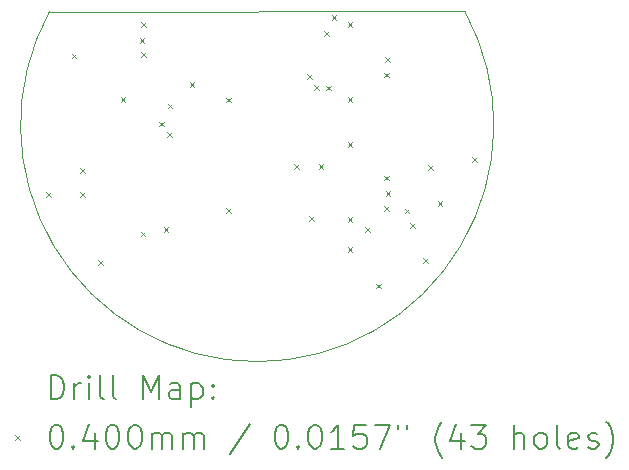
<source format=gbr>
%TF.GenerationSoftware,KiCad,Pcbnew,7.0.5*%
%TF.CreationDate,2025-08-15T19:59:58+01:00*%
%TF.ProjectId,smartwatch,736d6172-7477-4617-9463-682e6b696361,rev?*%
%TF.SameCoordinates,Original*%
%TF.FileFunction,Drillmap*%
%TF.FilePolarity,Positive*%
%FSLAX45Y45*%
G04 Gerber Fmt 4.5, Leading zero omitted, Abs format (unit mm)*
G04 Created by KiCad (PCBNEW 7.0.5) date 2025-08-15 19:59:58*
%MOMM*%
%LPD*%
G01*
G04 APERTURE LIST*
%ADD10C,0.100000*%
%ADD11C,0.200000*%
%ADD12C,0.040000*%
G04 APERTURE END LIST*
D10*
X2793522Y-3286922D02*
G75*
G03*
X6310000Y-3285000I1758764J-960078D01*
G01*
X2793522Y-3286922D02*
X6310000Y-3285000D01*
D11*
D12*
X2765000Y-4815000D02*
X2805000Y-4855000D01*
X2805000Y-4815000D02*
X2765000Y-4855000D01*
X2980000Y-3642000D02*
X3020000Y-3682000D01*
X3020000Y-3642000D02*
X2980000Y-3682000D01*
X3053000Y-4610000D02*
X3093000Y-4650000D01*
X3093000Y-4610000D02*
X3053000Y-4650000D01*
X3055000Y-4815000D02*
X3095000Y-4855000D01*
X3095000Y-4815000D02*
X3055000Y-4855000D01*
X3205800Y-5390200D02*
X3245800Y-5430200D01*
X3245800Y-5390200D02*
X3205800Y-5430200D01*
X3395000Y-4010000D02*
X3435000Y-4050000D01*
X3435000Y-4010000D02*
X3395000Y-4050000D01*
X3557640Y-3510327D02*
X3597640Y-3550327D01*
X3597640Y-3510327D02*
X3557640Y-3550327D01*
X3565000Y-5150000D02*
X3605000Y-5190000D01*
X3605000Y-5150000D02*
X3565000Y-5190000D01*
X3567000Y-3377000D02*
X3607000Y-3417000D01*
X3607000Y-3377000D02*
X3567000Y-3417000D01*
X3567000Y-3631000D02*
X3607000Y-3671000D01*
X3607000Y-3631000D02*
X3567000Y-3671000D01*
X3720000Y-4220000D02*
X3760000Y-4260000D01*
X3760000Y-4220000D02*
X3720000Y-4260000D01*
X3760000Y-5110000D02*
X3800000Y-5150000D01*
X3800000Y-5110000D02*
X3760000Y-5150000D01*
X3790000Y-4305000D02*
X3830000Y-4345000D01*
X3830000Y-4305000D02*
X3790000Y-4345000D01*
X3795000Y-4066550D02*
X3835000Y-4106550D01*
X3835000Y-4066550D02*
X3795000Y-4106550D01*
X3980000Y-3885000D02*
X4020000Y-3925000D01*
X4020000Y-3885000D02*
X3980000Y-3925000D01*
X4290000Y-4950000D02*
X4330000Y-4990000D01*
X4330000Y-4950000D02*
X4290000Y-4990000D01*
X4292000Y-4016500D02*
X4332000Y-4056500D01*
X4332000Y-4016500D02*
X4292000Y-4056500D01*
X4865250Y-4579000D02*
X4905250Y-4619000D01*
X4905250Y-4579000D02*
X4865250Y-4619000D01*
X4975000Y-3815000D02*
X5015000Y-3855000D01*
X5015000Y-3815000D02*
X4975000Y-3855000D01*
X4995000Y-5020000D02*
X5035000Y-5060000D01*
X5035000Y-5020000D02*
X4995000Y-5060000D01*
X5035000Y-3910000D02*
X5075000Y-3950000D01*
X5075000Y-3910000D02*
X5035000Y-3950000D01*
X5072750Y-4579000D02*
X5112750Y-4619000D01*
X5112750Y-4579000D02*
X5072750Y-4619000D01*
X5117550Y-3450000D02*
X5157550Y-3490000D01*
X5157550Y-3450000D02*
X5117550Y-3490000D01*
X5134879Y-3913773D02*
X5174879Y-3953773D01*
X5174879Y-3913773D02*
X5134879Y-3953773D01*
X5183585Y-3318520D02*
X5223585Y-3358520D01*
X5223585Y-3318520D02*
X5183585Y-3358520D01*
X5317000Y-3377000D02*
X5357000Y-3417000D01*
X5357000Y-3377000D02*
X5317000Y-3417000D01*
X5317000Y-4012000D02*
X5357000Y-4052000D01*
X5357000Y-4012000D02*
X5317000Y-4052000D01*
X5317000Y-4393000D02*
X5357000Y-4433000D01*
X5357000Y-4393000D02*
X5317000Y-4433000D01*
X5317000Y-5028000D02*
X5357000Y-5068000D01*
X5357000Y-5028000D02*
X5317000Y-5068000D01*
X5317000Y-5282000D02*
X5357000Y-5322000D01*
X5357000Y-5282000D02*
X5317000Y-5322000D01*
X5465000Y-5115000D02*
X5505000Y-5155000D01*
X5505000Y-5115000D02*
X5465000Y-5155000D01*
X5556250Y-5590000D02*
X5596250Y-5630000D01*
X5596250Y-5590000D02*
X5556250Y-5630000D01*
X5625000Y-4935000D02*
X5665000Y-4975000D01*
X5665000Y-4935000D02*
X5625000Y-4975000D01*
X5630000Y-3805000D02*
X5670000Y-3845000D01*
X5670000Y-3805000D02*
X5630000Y-3845000D01*
X5630000Y-4675000D02*
X5670000Y-4715000D01*
X5670000Y-4675000D02*
X5630000Y-4715000D01*
X5635000Y-3675000D02*
X5675000Y-3715000D01*
X5675000Y-3675000D02*
X5635000Y-3715000D01*
X5640000Y-4810000D02*
X5680000Y-4850000D01*
X5680000Y-4810000D02*
X5640000Y-4850000D01*
X5800000Y-4955000D02*
X5840000Y-4995000D01*
X5840000Y-4955000D02*
X5800000Y-4995000D01*
X5845000Y-5080000D02*
X5885000Y-5120000D01*
X5885000Y-5080000D02*
X5845000Y-5120000D01*
X5957391Y-5372391D02*
X5997391Y-5412391D01*
X5997391Y-5372391D02*
X5957391Y-5412391D01*
X5997450Y-4590000D02*
X6037450Y-4630000D01*
X6037450Y-4590000D02*
X5997450Y-4630000D01*
X6080000Y-4895000D02*
X6120000Y-4935000D01*
X6120000Y-4895000D02*
X6080000Y-4935000D01*
X6375000Y-4520000D02*
X6415000Y-4560000D01*
X6415000Y-4520000D02*
X6375000Y-4560000D01*
D11*
X2804316Y-6567231D02*
X2804316Y-6367231D01*
X2804316Y-6367231D02*
X2851935Y-6367231D01*
X2851935Y-6367231D02*
X2880507Y-6376754D01*
X2880507Y-6376754D02*
X2899554Y-6395802D01*
X2899554Y-6395802D02*
X2909078Y-6414850D01*
X2909078Y-6414850D02*
X2918602Y-6452945D01*
X2918602Y-6452945D02*
X2918602Y-6481516D01*
X2918602Y-6481516D02*
X2909078Y-6519612D01*
X2909078Y-6519612D02*
X2899554Y-6538659D01*
X2899554Y-6538659D02*
X2880507Y-6557707D01*
X2880507Y-6557707D02*
X2851935Y-6567231D01*
X2851935Y-6567231D02*
X2804316Y-6567231D01*
X3004316Y-6567231D02*
X3004316Y-6433897D01*
X3004316Y-6471993D02*
X3013840Y-6452945D01*
X3013840Y-6452945D02*
X3023364Y-6443421D01*
X3023364Y-6443421D02*
X3042411Y-6433897D01*
X3042411Y-6433897D02*
X3061459Y-6433897D01*
X3128126Y-6567231D02*
X3128126Y-6433897D01*
X3128126Y-6367231D02*
X3118602Y-6376754D01*
X3118602Y-6376754D02*
X3128126Y-6386278D01*
X3128126Y-6386278D02*
X3137649Y-6376754D01*
X3137649Y-6376754D02*
X3128126Y-6367231D01*
X3128126Y-6367231D02*
X3128126Y-6386278D01*
X3251935Y-6567231D02*
X3232887Y-6557707D01*
X3232887Y-6557707D02*
X3223364Y-6538659D01*
X3223364Y-6538659D02*
X3223364Y-6367231D01*
X3356697Y-6567231D02*
X3337649Y-6557707D01*
X3337649Y-6557707D02*
X3328126Y-6538659D01*
X3328126Y-6538659D02*
X3328126Y-6367231D01*
X3585268Y-6567231D02*
X3585268Y-6367231D01*
X3585268Y-6367231D02*
X3651935Y-6510088D01*
X3651935Y-6510088D02*
X3718602Y-6367231D01*
X3718602Y-6367231D02*
X3718602Y-6567231D01*
X3899554Y-6567231D02*
X3899554Y-6462469D01*
X3899554Y-6462469D02*
X3890030Y-6443421D01*
X3890030Y-6443421D02*
X3870983Y-6433897D01*
X3870983Y-6433897D02*
X3832887Y-6433897D01*
X3832887Y-6433897D02*
X3813840Y-6443421D01*
X3899554Y-6557707D02*
X3880507Y-6567231D01*
X3880507Y-6567231D02*
X3832887Y-6567231D01*
X3832887Y-6567231D02*
X3813840Y-6557707D01*
X3813840Y-6557707D02*
X3804316Y-6538659D01*
X3804316Y-6538659D02*
X3804316Y-6519612D01*
X3804316Y-6519612D02*
X3813840Y-6500564D01*
X3813840Y-6500564D02*
X3832887Y-6491040D01*
X3832887Y-6491040D02*
X3880507Y-6491040D01*
X3880507Y-6491040D02*
X3899554Y-6481516D01*
X3994792Y-6433897D02*
X3994792Y-6633897D01*
X3994792Y-6443421D02*
X4013840Y-6433897D01*
X4013840Y-6433897D02*
X4051935Y-6433897D01*
X4051935Y-6433897D02*
X4070983Y-6443421D01*
X4070983Y-6443421D02*
X4080507Y-6452945D01*
X4080507Y-6452945D02*
X4090030Y-6471993D01*
X4090030Y-6471993D02*
X4090030Y-6529135D01*
X4090030Y-6529135D02*
X4080507Y-6548183D01*
X4080507Y-6548183D02*
X4070983Y-6557707D01*
X4070983Y-6557707D02*
X4051935Y-6567231D01*
X4051935Y-6567231D02*
X4013840Y-6567231D01*
X4013840Y-6567231D02*
X3994792Y-6557707D01*
X4175745Y-6548183D02*
X4185268Y-6557707D01*
X4185268Y-6557707D02*
X4175745Y-6567231D01*
X4175745Y-6567231D02*
X4166221Y-6557707D01*
X4166221Y-6557707D02*
X4175745Y-6548183D01*
X4175745Y-6548183D02*
X4175745Y-6567231D01*
X4175745Y-6443421D02*
X4185268Y-6452945D01*
X4185268Y-6452945D02*
X4175745Y-6462469D01*
X4175745Y-6462469D02*
X4166221Y-6452945D01*
X4166221Y-6452945D02*
X4175745Y-6443421D01*
X4175745Y-6443421D02*
X4175745Y-6462469D01*
D12*
X2503539Y-6875747D02*
X2543539Y-6915747D01*
X2543539Y-6875747D02*
X2503539Y-6915747D01*
D11*
X2842411Y-6787231D02*
X2861459Y-6787231D01*
X2861459Y-6787231D02*
X2880507Y-6796754D01*
X2880507Y-6796754D02*
X2890030Y-6806278D01*
X2890030Y-6806278D02*
X2899554Y-6825326D01*
X2899554Y-6825326D02*
X2909078Y-6863421D01*
X2909078Y-6863421D02*
X2909078Y-6911040D01*
X2909078Y-6911040D02*
X2899554Y-6949135D01*
X2899554Y-6949135D02*
X2890030Y-6968183D01*
X2890030Y-6968183D02*
X2880507Y-6977707D01*
X2880507Y-6977707D02*
X2861459Y-6987231D01*
X2861459Y-6987231D02*
X2842411Y-6987231D01*
X2842411Y-6987231D02*
X2823364Y-6977707D01*
X2823364Y-6977707D02*
X2813840Y-6968183D01*
X2813840Y-6968183D02*
X2804316Y-6949135D01*
X2804316Y-6949135D02*
X2794792Y-6911040D01*
X2794792Y-6911040D02*
X2794792Y-6863421D01*
X2794792Y-6863421D02*
X2804316Y-6825326D01*
X2804316Y-6825326D02*
X2813840Y-6806278D01*
X2813840Y-6806278D02*
X2823364Y-6796754D01*
X2823364Y-6796754D02*
X2842411Y-6787231D01*
X2994792Y-6968183D02*
X3004316Y-6977707D01*
X3004316Y-6977707D02*
X2994792Y-6987231D01*
X2994792Y-6987231D02*
X2985268Y-6977707D01*
X2985268Y-6977707D02*
X2994792Y-6968183D01*
X2994792Y-6968183D02*
X2994792Y-6987231D01*
X3175745Y-6853897D02*
X3175745Y-6987231D01*
X3128126Y-6777707D02*
X3080507Y-6920564D01*
X3080507Y-6920564D02*
X3204316Y-6920564D01*
X3318602Y-6787231D02*
X3337649Y-6787231D01*
X3337649Y-6787231D02*
X3356697Y-6796754D01*
X3356697Y-6796754D02*
X3366221Y-6806278D01*
X3366221Y-6806278D02*
X3375745Y-6825326D01*
X3375745Y-6825326D02*
X3385268Y-6863421D01*
X3385268Y-6863421D02*
X3385268Y-6911040D01*
X3385268Y-6911040D02*
X3375745Y-6949135D01*
X3375745Y-6949135D02*
X3366221Y-6968183D01*
X3366221Y-6968183D02*
X3356697Y-6977707D01*
X3356697Y-6977707D02*
X3337649Y-6987231D01*
X3337649Y-6987231D02*
X3318602Y-6987231D01*
X3318602Y-6987231D02*
X3299554Y-6977707D01*
X3299554Y-6977707D02*
X3290030Y-6968183D01*
X3290030Y-6968183D02*
X3280507Y-6949135D01*
X3280507Y-6949135D02*
X3270983Y-6911040D01*
X3270983Y-6911040D02*
X3270983Y-6863421D01*
X3270983Y-6863421D02*
X3280507Y-6825326D01*
X3280507Y-6825326D02*
X3290030Y-6806278D01*
X3290030Y-6806278D02*
X3299554Y-6796754D01*
X3299554Y-6796754D02*
X3318602Y-6787231D01*
X3509078Y-6787231D02*
X3528126Y-6787231D01*
X3528126Y-6787231D02*
X3547173Y-6796754D01*
X3547173Y-6796754D02*
X3556697Y-6806278D01*
X3556697Y-6806278D02*
X3566221Y-6825326D01*
X3566221Y-6825326D02*
X3575745Y-6863421D01*
X3575745Y-6863421D02*
X3575745Y-6911040D01*
X3575745Y-6911040D02*
X3566221Y-6949135D01*
X3566221Y-6949135D02*
X3556697Y-6968183D01*
X3556697Y-6968183D02*
X3547173Y-6977707D01*
X3547173Y-6977707D02*
X3528126Y-6987231D01*
X3528126Y-6987231D02*
X3509078Y-6987231D01*
X3509078Y-6987231D02*
X3490030Y-6977707D01*
X3490030Y-6977707D02*
X3480507Y-6968183D01*
X3480507Y-6968183D02*
X3470983Y-6949135D01*
X3470983Y-6949135D02*
X3461459Y-6911040D01*
X3461459Y-6911040D02*
X3461459Y-6863421D01*
X3461459Y-6863421D02*
X3470983Y-6825326D01*
X3470983Y-6825326D02*
X3480507Y-6806278D01*
X3480507Y-6806278D02*
X3490030Y-6796754D01*
X3490030Y-6796754D02*
X3509078Y-6787231D01*
X3661459Y-6987231D02*
X3661459Y-6853897D01*
X3661459Y-6872945D02*
X3670983Y-6863421D01*
X3670983Y-6863421D02*
X3690030Y-6853897D01*
X3690030Y-6853897D02*
X3718602Y-6853897D01*
X3718602Y-6853897D02*
X3737649Y-6863421D01*
X3737649Y-6863421D02*
X3747173Y-6882469D01*
X3747173Y-6882469D02*
X3747173Y-6987231D01*
X3747173Y-6882469D02*
X3756697Y-6863421D01*
X3756697Y-6863421D02*
X3775745Y-6853897D01*
X3775745Y-6853897D02*
X3804316Y-6853897D01*
X3804316Y-6853897D02*
X3823364Y-6863421D01*
X3823364Y-6863421D02*
X3832888Y-6882469D01*
X3832888Y-6882469D02*
X3832888Y-6987231D01*
X3928126Y-6987231D02*
X3928126Y-6853897D01*
X3928126Y-6872945D02*
X3937649Y-6863421D01*
X3937649Y-6863421D02*
X3956697Y-6853897D01*
X3956697Y-6853897D02*
X3985269Y-6853897D01*
X3985269Y-6853897D02*
X4004316Y-6863421D01*
X4004316Y-6863421D02*
X4013840Y-6882469D01*
X4013840Y-6882469D02*
X4013840Y-6987231D01*
X4013840Y-6882469D02*
X4023364Y-6863421D01*
X4023364Y-6863421D02*
X4042411Y-6853897D01*
X4042411Y-6853897D02*
X4070983Y-6853897D01*
X4070983Y-6853897D02*
X4090030Y-6863421D01*
X4090030Y-6863421D02*
X4099554Y-6882469D01*
X4099554Y-6882469D02*
X4099554Y-6987231D01*
X4490031Y-6777707D02*
X4318602Y-7034850D01*
X4747173Y-6787231D02*
X4766221Y-6787231D01*
X4766221Y-6787231D02*
X4785269Y-6796754D01*
X4785269Y-6796754D02*
X4794793Y-6806278D01*
X4794793Y-6806278D02*
X4804316Y-6825326D01*
X4804316Y-6825326D02*
X4813840Y-6863421D01*
X4813840Y-6863421D02*
X4813840Y-6911040D01*
X4813840Y-6911040D02*
X4804316Y-6949135D01*
X4804316Y-6949135D02*
X4794793Y-6968183D01*
X4794793Y-6968183D02*
X4785269Y-6977707D01*
X4785269Y-6977707D02*
X4766221Y-6987231D01*
X4766221Y-6987231D02*
X4747173Y-6987231D01*
X4747173Y-6987231D02*
X4728126Y-6977707D01*
X4728126Y-6977707D02*
X4718602Y-6968183D01*
X4718602Y-6968183D02*
X4709078Y-6949135D01*
X4709078Y-6949135D02*
X4699554Y-6911040D01*
X4699554Y-6911040D02*
X4699554Y-6863421D01*
X4699554Y-6863421D02*
X4709078Y-6825326D01*
X4709078Y-6825326D02*
X4718602Y-6806278D01*
X4718602Y-6806278D02*
X4728126Y-6796754D01*
X4728126Y-6796754D02*
X4747173Y-6787231D01*
X4899554Y-6968183D02*
X4909078Y-6977707D01*
X4909078Y-6977707D02*
X4899554Y-6987231D01*
X4899554Y-6987231D02*
X4890031Y-6977707D01*
X4890031Y-6977707D02*
X4899554Y-6968183D01*
X4899554Y-6968183D02*
X4899554Y-6987231D01*
X5032888Y-6787231D02*
X5051935Y-6787231D01*
X5051935Y-6787231D02*
X5070983Y-6796754D01*
X5070983Y-6796754D02*
X5080507Y-6806278D01*
X5080507Y-6806278D02*
X5090031Y-6825326D01*
X5090031Y-6825326D02*
X5099554Y-6863421D01*
X5099554Y-6863421D02*
X5099554Y-6911040D01*
X5099554Y-6911040D02*
X5090031Y-6949135D01*
X5090031Y-6949135D02*
X5080507Y-6968183D01*
X5080507Y-6968183D02*
X5070983Y-6977707D01*
X5070983Y-6977707D02*
X5051935Y-6987231D01*
X5051935Y-6987231D02*
X5032888Y-6987231D01*
X5032888Y-6987231D02*
X5013840Y-6977707D01*
X5013840Y-6977707D02*
X5004316Y-6968183D01*
X5004316Y-6968183D02*
X4994793Y-6949135D01*
X4994793Y-6949135D02*
X4985269Y-6911040D01*
X4985269Y-6911040D02*
X4985269Y-6863421D01*
X4985269Y-6863421D02*
X4994793Y-6825326D01*
X4994793Y-6825326D02*
X5004316Y-6806278D01*
X5004316Y-6806278D02*
X5013840Y-6796754D01*
X5013840Y-6796754D02*
X5032888Y-6787231D01*
X5290031Y-6987231D02*
X5175745Y-6987231D01*
X5232888Y-6987231D02*
X5232888Y-6787231D01*
X5232888Y-6787231D02*
X5213840Y-6815802D01*
X5213840Y-6815802D02*
X5194793Y-6834850D01*
X5194793Y-6834850D02*
X5175745Y-6844373D01*
X5470983Y-6787231D02*
X5375745Y-6787231D01*
X5375745Y-6787231D02*
X5366221Y-6882469D01*
X5366221Y-6882469D02*
X5375745Y-6872945D01*
X5375745Y-6872945D02*
X5394793Y-6863421D01*
X5394793Y-6863421D02*
X5442412Y-6863421D01*
X5442412Y-6863421D02*
X5461459Y-6872945D01*
X5461459Y-6872945D02*
X5470983Y-6882469D01*
X5470983Y-6882469D02*
X5480507Y-6901516D01*
X5480507Y-6901516D02*
X5480507Y-6949135D01*
X5480507Y-6949135D02*
X5470983Y-6968183D01*
X5470983Y-6968183D02*
X5461459Y-6977707D01*
X5461459Y-6977707D02*
X5442412Y-6987231D01*
X5442412Y-6987231D02*
X5394793Y-6987231D01*
X5394793Y-6987231D02*
X5375745Y-6977707D01*
X5375745Y-6977707D02*
X5366221Y-6968183D01*
X5547174Y-6787231D02*
X5680507Y-6787231D01*
X5680507Y-6787231D02*
X5594792Y-6987231D01*
X5747173Y-6787231D02*
X5747173Y-6825326D01*
X5823364Y-6787231D02*
X5823364Y-6825326D01*
X6118602Y-7063421D02*
X6109078Y-7053897D01*
X6109078Y-7053897D02*
X6090031Y-7025326D01*
X6090031Y-7025326D02*
X6080507Y-7006278D01*
X6080507Y-7006278D02*
X6070983Y-6977707D01*
X6070983Y-6977707D02*
X6061459Y-6930088D01*
X6061459Y-6930088D02*
X6061459Y-6891993D01*
X6061459Y-6891993D02*
X6070983Y-6844373D01*
X6070983Y-6844373D02*
X6080507Y-6815802D01*
X6080507Y-6815802D02*
X6090031Y-6796754D01*
X6090031Y-6796754D02*
X6109078Y-6768183D01*
X6109078Y-6768183D02*
X6118602Y-6758659D01*
X6280507Y-6853897D02*
X6280507Y-6987231D01*
X6232888Y-6777707D02*
X6185269Y-6920564D01*
X6185269Y-6920564D02*
X6309078Y-6920564D01*
X6366221Y-6787231D02*
X6490031Y-6787231D01*
X6490031Y-6787231D02*
X6423364Y-6863421D01*
X6423364Y-6863421D02*
X6451935Y-6863421D01*
X6451935Y-6863421D02*
X6470983Y-6872945D01*
X6470983Y-6872945D02*
X6480507Y-6882469D01*
X6480507Y-6882469D02*
X6490031Y-6901516D01*
X6490031Y-6901516D02*
X6490031Y-6949135D01*
X6490031Y-6949135D02*
X6480507Y-6968183D01*
X6480507Y-6968183D02*
X6470983Y-6977707D01*
X6470983Y-6977707D02*
X6451935Y-6987231D01*
X6451935Y-6987231D02*
X6394793Y-6987231D01*
X6394793Y-6987231D02*
X6375745Y-6977707D01*
X6375745Y-6977707D02*
X6366221Y-6968183D01*
X6728126Y-6987231D02*
X6728126Y-6787231D01*
X6813840Y-6987231D02*
X6813840Y-6882469D01*
X6813840Y-6882469D02*
X6804316Y-6863421D01*
X6804316Y-6863421D02*
X6785269Y-6853897D01*
X6785269Y-6853897D02*
X6756697Y-6853897D01*
X6756697Y-6853897D02*
X6737650Y-6863421D01*
X6737650Y-6863421D02*
X6728126Y-6872945D01*
X6937650Y-6987231D02*
X6918602Y-6977707D01*
X6918602Y-6977707D02*
X6909078Y-6968183D01*
X6909078Y-6968183D02*
X6899555Y-6949135D01*
X6899555Y-6949135D02*
X6899555Y-6891993D01*
X6899555Y-6891993D02*
X6909078Y-6872945D01*
X6909078Y-6872945D02*
X6918602Y-6863421D01*
X6918602Y-6863421D02*
X6937650Y-6853897D01*
X6937650Y-6853897D02*
X6966221Y-6853897D01*
X6966221Y-6853897D02*
X6985269Y-6863421D01*
X6985269Y-6863421D02*
X6994793Y-6872945D01*
X6994793Y-6872945D02*
X7004316Y-6891993D01*
X7004316Y-6891993D02*
X7004316Y-6949135D01*
X7004316Y-6949135D02*
X6994793Y-6968183D01*
X6994793Y-6968183D02*
X6985269Y-6977707D01*
X6985269Y-6977707D02*
X6966221Y-6987231D01*
X6966221Y-6987231D02*
X6937650Y-6987231D01*
X7118602Y-6987231D02*
X7099555Y-6977707D01*
X7099555Y-6977707D02*
X7090031Y-6958659D01*
X7090031Y-6958659D02*
X7090031Y-6787231D01*
X7270983Y-6977707D02*
X7251936Y-6987231D01*
X7251936Y-6987231D02*
X7213840Y-6987231D01*
X7213840Y-6987231D02*
X7194793Y-6977707D01*
X7194793Y-6977707D02*
X7185269Y-6958659D01*
X7185269Y-6958659D02*
X7185269Y-6882469D01*
X7185269Y-6882469D02*
X7194793Y-6863421D01*
X7194793Y-6863421D02*
X7213840Y-6853897D01*
X7213840Y-6853897D02*
X7251936Y-6853897D01*
X7251936Y-6853897D02*
X7270983Y-6863421D01*
X7270983Y-6863421D02*
X7280507Y-6882469D01*
X7280507Y-6882469D02*
X7280507Y-6901516D01*
X7280507Y-6901516D02*
X7185269Y-6920564D01*
X7356697Y-6977707D02*
X7375745Y-6987231D01*
X7375745Y-6987231D02*
X7413840Y-6987231D01*
X7413840Y-6987231D02*
X7432888Y-6977707D01*
X7432888Y-6977707D02*
X7442412Y-6958659D01*
X7442412Y-6958659D02*
X7442412Y-6949135D01*
X7442412Y-6949135D02*
X7432888Y-6930088D01*
X7432888Y-6930088D02*
X7413840Y-6920564D01*
X7413840Y-6920564D02*
X7385269Y-6920564D01*
X7385269Y-6920564D02*
X7366221Y-6911040D01*
X7366221Y-6911040D02*
X7356697Y-6891993D01*
X7356697Y-6891993D02*
X7356697Y-6882469D01*
X7356697Y-6882469D02*
X7366221Y-6863421D01*
X7366221Y-6863421D02*
X7385269Y-6853897D01*
X7385269Y-6853897D02*
X7413840Y-6853897D01*
X7413840Y-6853897D02*
X7432888Y-6863421D01*
X7509078Y-7063421D02*
X7518602Y-7053897D01*
X7518602Y-7053897D02*
X7537650Y-7025326D01*
X7537650Y-7025326D02*
X7547174Y-7006278D01*
X7547174Y-7006278D02*
X7556697Y-6977707D01*
X7556697Y-6977707D02*
X7566221Y-6930088D01*
X7566221Y-6930088D02*
X7566221Y-6891993D01*
X7566221Y-6891993D02*
X7556697Y-6844373D01*
X7556697Y-6844373D02*
X7547174Y-6815802D01*
X7547174Y-6815802D02*
X7537650Y-6796754D01*
X7537650Y-6796754D02*
X7518602Y-6768183D01*
X7518602Y-6768183D02*
X7509078Y-6758659D01*
M02*

</source>
